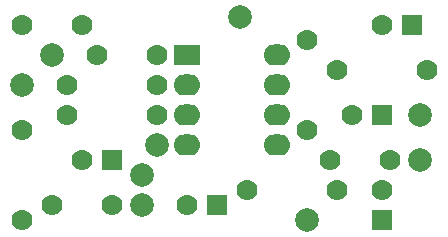
<source format=gbs>
G04 #@! TF.FileFunction,Soldermask,Bot*
%FSLAX46Y46*%
G04 Gerber Fmt 4.6, Leading zero omitted, Abs format (unit mm)*
G04 Created by KiCad (PCBNEW (2014-10-31 BZR 5247)-product) date sam. 01 nov. 2014 21:35:31 CET*
%MOMM*%
G01*
G04 APERTURE LIST*
%ADD10C,0.100000*%
%ADD11C,1.778000*%
%ADD12R,1.778000X1.778000*%
%ADD13R,2.286000X1.778000*%
%ADD14O,2.286000X1.778000*%
%ADD15C,1.998980*%
G04 APERTURE END LIST*
D10*
D11*
X134620000Y-57150000D03*
D12*
X137160000Y-57150000D03*
D11*
X137160000Y-60960000D03*
X132080000Y-60960000D03*
X135890000Y-48260000D03*
X140970000Y-48260000D03*
X155575000Y-57150000D03*
X160655000Y-57150000D03*
X134620000Y-45720000D03*
X129540000Y-45720000D03*
X157480000Y-53340000D03*
D12*
X160020000Y-53340000D03*
D11*
X160020000Y-59690000D03*
D12*
X160020000Y-62230000D03*
D11*
X160020000Y-45720000D03*
D12*
X162560000Y-45720000D03*
D11*
X143510000Y-60960000D03*
D12*
X146050000Y-60960000D03*
D11*
X140970000Y-53340000D03*
X133350000Y-53340000D03*
X133350000Y-50800000D03*
X140970000Y-50800000D03*
X156210000Y-49530000D03*
X163830000Y-49530000D03*
X129540000Y-54610000D03*
X129540000Y-62230000D03*
X153670000Y-46990000D03*
X153670000Y-54610000D03*
X156210000Y-59690000D03*
X148590000Y-59690000D03*
D13*
X143510000Y-48260000D03*
D14*
X143510000Y-50800000D03*
X143510000Y-53340000D03*
X143510000Y-55880000D03*
X151130000Y-55880000D03*
X151130000Y-53340000D03*
X151130000Y-50800000D03*
X151130000Y-48260000D03*
D15*
X139700000Y-58420000D03*
X139700000Y-60960000D03*
X140970000Y-55880000D03*
X163195000Y-57150000D03*
X129540000Y-50800000D03*
X132080000Y-48260000D03*
X163195000Y-53340000D03*
X147955000Y-45085000D03*
X153670000Y-62230000D03*
M02*

</source>
